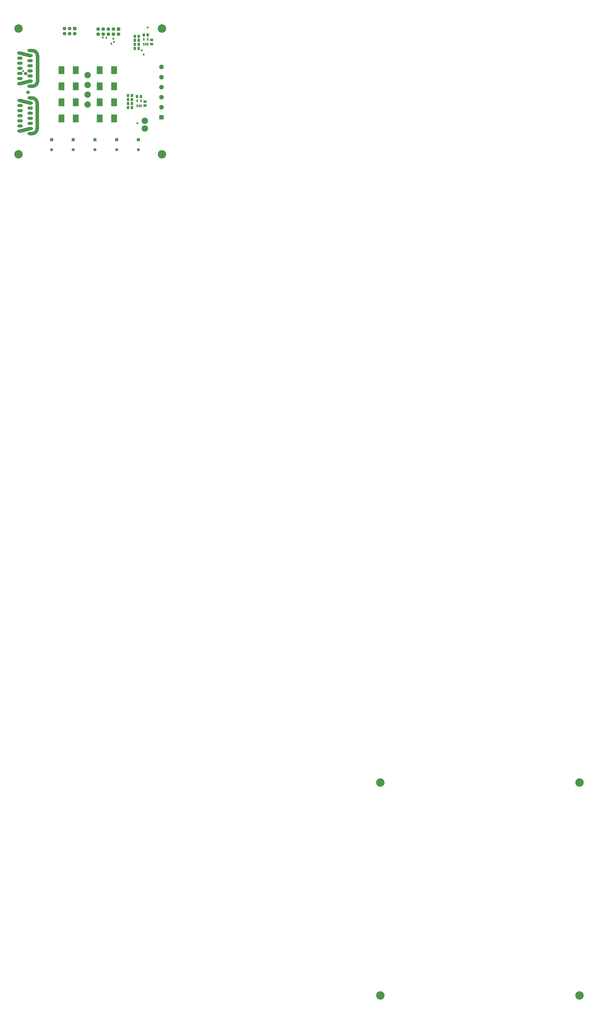
<source format=gbs>
G04*
G04 #@! TF.GenerationSoftware,Altium Limited,Altium Designer,20.0.13 (296)*
G04*
G04 Layer_Color=16711935*
%FSLAX44Y44*%
%MOMM*%
G71*
G01*
G75*
%ADD16C,1.8000*%
%ADD18R,1.6032X1.2032*%
%ADD19O,2.7432X1.4732*%
%ADD20R,1.5200X1.5200*%
%ADD21C,1.5200*%
%ADD22C,1.8082*%
%ADD23R,1.8082X1.8082*%
%ADD24R,2.3032X2.3032*%
%ADD25C,2.3032*%
%ADD26C,1.0032*%
%ADD27C,3.2032*%
%ADD28C,1.7032*%
%ADD29C,4.2032*%
%ADD47R,2.9972X4.0132*%
%ADD48R,1.2032X1.6032*%
%ADD49R,0.7932X1.4132*%
D16*
X360253Y394500D02*
G03*
X385000Y419247I0J24747D01*
G01*
Y546220D02*
G03*
X358920Y572300I-26080J0D01*
G01*
X362253Y630500D02*
G03*
X387000Y655247I0J24747D01*
G01*
Y782193D02*
G03*
X360893Y808300I-26107J0D01*
G01*
X300000Y407200D02*
X350800Y419900D01*
X300000Y559600D02*
X350800Y546900D01*
X299000Y643200D02*
X349800Y655900D01*
X299000Y795600D02*
X349800Y782900D01*
X348800Y394500D02*
X360253D01*
X385000Y419247D02*
Y546220D01*
X350800Y572300D02*
X358920D01*
X349800Y630500D02*
X362253D01*
X387000Y655247D02*
Y782193D01*
X349800Y808300D02*
X360893D01*
D18*
X956000Y861000D02*
D03*
Y841000D02*
D03*
X923000Y554000D02*
D03*
Y534000D02*
D03*
D19*
X299000Y719400D02*
D03*
X349800Y732100D02*
D03*
X299000Y744800D02*
D03*
X349800Y757500D02*
D03*
X299000Y770200D02*
D03*
X349800Y782900D02*
D03*
Y706700D02*
D03*
X299000Y694000D02*
D03*
X349800Y681300D02*
D03*
X299000Y668600D02*
D03*
X349800Y655900D02*
D03*
X299000Y795600D02*
D03*
X349800Y808300D02*
D03*
X299000Y643200D02*
D03*
X349800Y630500D02*
D03*
X300000Y483400D02*
D03*
X350800Y496100D02*
D03*
X300000Y508800D02*
D03*
X350800Y521500D02*
D03*
X300000Y534200D02*
D03*
X350800Y546900D02*
D03*
Y470700D02*
D03*
X300000Y458000D02*
D03*
X350800Y445300D02*
D03*
X300000Y432600D02*
D03*
X350800Y419900D02*
D03*
X300000Y559600D02*
D03*
X350800Y572300D02*
D03*
X300000Y407200D02*
D03*
X350800Y394500D02*
D03*
D20*
X457000Y364000D02*
D03*
X565250D02*
D03*
X673500D02*
D03*
X890000D02*
D03*
X781750D02*
D03*
D21*
X457000Y314000D02*
D03*
X565250D02*
D03*
X673500D02*
D03*
X890000D02*
D03*
X781750D02*
D03*
D22*
X522000Y892600D02*
D03*
Y918000D02*
D03*
X547400Y892600D02*
D03*
Y918000D02*
D03*
X572800Y892600D02*
D03*
X689600Y890000D02*
D03*
Y915400D02*
D03*
X715000Y890000D02*
D03*
Y915400D02*
D03*
X740400Y890000D02*
D03*
Y915400D02*
D03*
X765800Y890000D02*
D03*
Y915400D02*
D03*
X791200Y890000D02*
D03*
D23*
X572800Y918000D02*
D03*
X791200Y915400D02*
D03*
D24*
X1005000Y476000D02*
D03*
D25*
Y526000D02*
D03*
Y576000D02*
D03*
Y626000D02*
D03*
Y676000D02*
D03*
Y726000D02*
D03*
D26*
X755000Y842000D02*
D03*
X765000Y867000D02*
D03*
X768000Y852000D02*
D03*
X730000Y872000D02*
D03*
X712000Y873000D02*
D03*
X315000Y706000D02*
D03*
X937000Y923000D02*
D03*
X907000Y809000D02*
D03*
X916000Y788000D02*
D03*
X885000Y446000D02*
D03*
D27*
X922000Y458000D02*
D03*
Y420000D02*
D03*
X637000Y588000D02*
D03*
Y539000D02*
D03*
Y637000D02*
D03*
Y686000D02*
D03*
D28*
X328000Y693000D02*
D03*
X340000Y600000D02*
D03*
D29*
X292000Y291000D02*
D03*
Y918000D02*
D03*
X1008000D02*
D03*
Y291000D02*
D03*
X2096500Y-2839250D02*
D03*
X3089750D02*
D03*
Y-3899500D02*
D03*
X2096500D02*
D03*
D47*
X697315Y470000D02*
D03*
X768685D02*
D03*
X697315Y550000D02*
D03*
X768685D02*
D03*
X697315Y630000D02*
D03*
X768685D02*
D03*
X697315Y710000D02*
D03*
X768685D02*
D03*
X506315Y470000D02*
D03*
X577685D02*
D03*
X506315Y550000D02*
D03*
X577685D02*
D03*
X506315Y630000D02*
D03*
X577685D02*
D03*
X506315Y710000D02*
D03*
X577685D02*
D03*
D48*
X937000Y886000D02*
D03*
X917000D02*
D03*
X872000Y819000D02*
D03*
X892000D02*
D03*
Y839000D02*
D03*
X872000D02*
D03*
Y859000D02*
D03*
X892000D02*
D03*
X892000Y879000D02*
D03*
X872000D02*
D03*
X858000Y584000D02*
D03*
X838000D02*
D03*
Y564000D02*
D03*
X858000D02*
D03*
Y544000D02*
D03*
X838000D02*
D03*
Y524000D02*
D03*
X858000D02*
D03*
X903000Y579000D02*
D03*
X883000D02*
D03*
D49*
X936500Y839450D02*
D03*
X927000D02*
D03*
X917500D02*
D03*
Y864550D02*
D03*
X936500D02*
D03*
X903500Y532450D02*
D03*
X894000D02*
D03*
X884500D02*
D03*
Y557550D02*
D03*
X903500D02*
D03*
M02*

</source>
